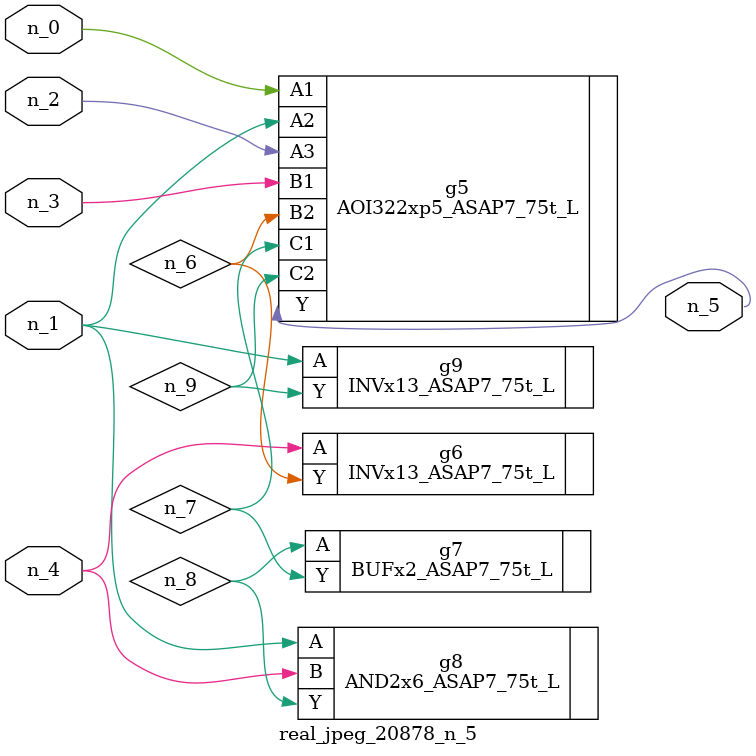
<source format=v>
module real_jpeg_20878_n_5 (n_4, n_0, n_1, n_2, n_3, n_5);

input n_4;
input n_0;
input n_1;
input n_2;
input n_3;

output n_5;

wire n_8;
wire n_6;
wire n_7;
wire n_9;

AOI322xp5_ASAP7_75t_L g5 ( 
.A1(n_0),
.A2(n_1),
.A3(n_2),
.B1(n_3),
.B2(n_6),
.C1(n_7),
.C2(n_9),
.Y(n_5)
);

AND2x6_ASAP7_75t_L g8 ( 
.A(n_1),
.B(n_4),
.Y(n_8)
);

INVx13_ASAP7_75t_L g9 ( 
.A(n_1),
.Y(n_9)
);

INVx13_ASAP7_75t_L g6 ( 
.A(n_4),
.Y(n_6)
);

BUFx2_ASAP7_75t_L g7 ( 
.A(n_8),
.Y(n_7)
);


endmodule
</source>
